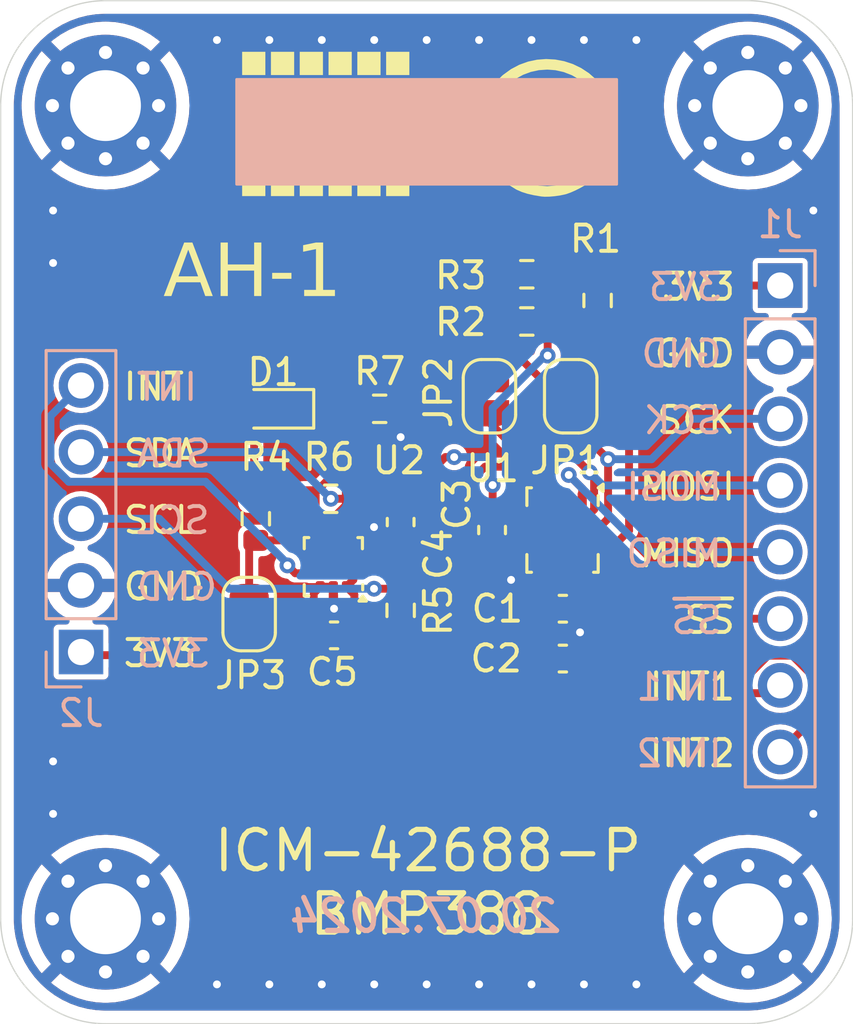
<source format=kicad_pcb>
(kicad_pcb (version 20240108) (generator "pcbnew") (generator_version "8.0")
  (layers (0 "F.Cu" signal) (31 "B.Cu" signal) (34 "B.Paste" user) (35 "F.Paste" user) (36 "B.SilkS" user "B.Silkscreen") (37 "F.SilkS" user "F.Silkscreen") (38 "B.Mask" user) (39 "F.Mask" user) (44 "Edge.Cuts" user))
  (net 0 "")
  (net 1 "VDD")
  (net 2 "GND")
  (net 3 "/SCK{slash}SCL")
  (net 4 "Net-(JP1-B)")
  (net 5 "Net-(JP2-B)")
  (net 6 "/MOSI{slash}SDA")
  (net 7 "/~{SS}")
  (net 8 "/INT1")
  (net 11 "/INT2")
  (net 13 "/MISO")
  (net 14 "Net-(D1-K)")
  (net 15 "/INT3")
  (net 16 "/SCL1")
  (net 17 "/SDA1")
  (net 18 "Net-(JP3-A)")
  (footprint "Resistor_SMD:R_0603_1608Metric" (layer "F.Cu") (at 87.733 90.75 -90)
    (property "Reference" "R4" (at -2.3495 -0.381 180) (layer "F.SilkS"))
    (property "Value" "10k")
    (pad "1" smd roundrect (at -0.825 0 270) (size 0.8 0.95) (layers "F.Cu" "F.Paste" "F.Mask") (net 1 "VDD"))
    (pad "2" smd roundrect (at 0.825 0 270) (size 0.8 0.95) (layers "F.Cu" "F.Paste" "F.Mask") (net 18 "Net-(JP3-A)"))
  )
  (footprint "MountingHole:MountingHole_2.7mm_Pad_Via" (layer "F.Cu") (at 82 106 180)
    (property "Reference" "H2" (hide yes))
    (property "Value" "MountingHole_Pad" (hide yes))
    (pad "1" thru_hole circle (at -2.025 0 180) (size 0.8 0.8) (drill 0.5) (layers "*.Cu" "*.Mask") (net 2 "GND"))
    (pad "1" thru_hole circle (at -1.431891 -1.431891 180) (size 0.8 0.8) (drill 0.5) (layers "*.Cu" "*.Mask") (net 2 "GND"))
    (pad "1" thru_hole circle (at -1.431891 1.431891 180) (size 0.8 0.8) (drill 0.5) (layers "*.Cu" "*.Mask") (net 2 "GND"))
    (pad "1" thru_hole circle (at 0 -2.025 180) (size 0.8 0.8) (drill 0.5) (layers "*.Cu" "*.Mask") (net 2 "GND"))
    (pad "1" thru_hole circle (at 0 0 180) (size 5.4 5.4) (drill 2.7) (layers "*.Cu" "*.Mask") (net 2 "GND"))
    (pad "1" thru_hole circle (at 0 2.025 180) (size 0.8 0.8) (drill 0.5) (layers "*.Cu" "*.Mask") (net 2 "GND"))
    (pad "1" thru_hole circle (at 1.431891 -1.431891 180) (size 0.8 0.8) (drill 0.5) (layers "*.Cu" "*.Mask") (net 2 "GND"))
    (pad "1" thru_hole circle (at 1.431891 1.431891 180) (size 0.8 0.8) (drill 0.5) (layers "*.Cu" "*.Mask") (net 2 "GND"))
    (pad "1" thru_hole circle (at 2.025 0 180) (size 0.8 0.8) (drill 0.5) (layers "*.Cu" "*.Mask") (net 2 "GND"))
  )
  (footprint "Package_LGA:ST_HLGA-10_2x2mm_P0.5mm_LayoutBorder3x2y" (layer "F.Cu") (at 90.69 92.5785 180)
    (property "Reference" "U2" (at -2.504 4.051 180) (layer "F.SilkS"))
    (property "Value" "BMP388")
    (pad "1" smd roundrect (at -0.7625 -0.25 180) (size 0.425 0.35) (layers "F.Cu" "F.Paste" "F.Mask") (net 1 "VDD"))
    (pad "2" smd roundrect (at -0.7625 0.25 180) (size 0.425 0.35) (layers "F.Cu" "F.Paste" "F.Mask") (net 16 "/SCL1"))
    (pad "3" smd roundrect (at -0.5 0.7625 180) (size 0.35 0.425) (layers "F.Cu" "F.Paste" "F.Mask") (net 2 "GND"))
    (pad "4" smd roundrect (at 0 0.7625 180) (size 0.35 0.425) (layers "F.Cu" "F.Paste" "F.Mask") (net 17 "/SDA1"))
    (pad "5" smd roundrect (at 0.5 0.7625 180) (size 0.35 0.425) (layers "F.Cu" "F.Paste" "F.Mask") (net 18 "Net-(JP3-A)"))
    (pad "6" smd roundrect (at 0.7625 0.25 180) (size 0.425 0.35) (layers "F.Cu" "F.Paste" "F.Mask") (net 1 "VDD"))
    (pad "7" smd roundrect (at 0.7625 -0.25 180) (size 0.425 0.35) (layers "F.Cu" "F.Paste" "F.Mask") (net 15 "/INT3"))
    (pad "8" smd roundrect (at 0.5 -0.7625 180) (size 0.35 0.425) (layers "F.Cu" "F.Paste" "F.Mask") (net 2 "GND"))
    (pad "9" smd roundrect (at 0 -0.7625 180) (size 0.35 0.425) (layers "F.Cu" "F.Paste" "F.Mask") (net 2 "GND"))
    (pad "10" smd roundrect (at -0.5 -0.7625 180) (size 0.35 0.425) (layers "F.Cu" "F.Paste" "F.Mask") (net 1 "VDD"))
  )
  (footprint "Package_LGA:LGA-14_3x2.5mm_P0.5mm_LayoutBorder3x4y" (layer "F.Cu") (at 99.4325 91.18 -90)
    (property "Reference" "U1" (at -2.35 2.6675 180) (layer "F.SilkS"))
    (property "Value" "ICM-42688-P")
    (pad "1" smd roundrect (at -1.1625 -0.75 270) (size 0.625 0.35) (layers "F.Cu" "F.Paste" "F.Mask") (net 13 "/MISO"))
    (pad "2" smd roundrect (at -1.1625 -0.25 270) (size 0.625 0.35) (layers "F.Cu" "F.Paste" "F.Mask"))
    (pad "3" smd roundrect (at -1.1625 0.25 270) (size 0.625 0.35) (layers "F.Cu" "F.Paste" "F.Mask"))
    (pad "4" smd roundrect (at -1.1625 0.75 270) (size 0.625 0.35) (layers "F.Cu" "F.Paste" "F.Mask") (net 8 "/INT1"))
    (pad "5" smd roundrect (at -0.5 0.9125 270) (size 0.35 0.625) (layers "F.Cu" "F.Paste" "F.Mask") (net 1 "VDD"))
    (pad "6" smd roundrect (at 0 0.9125 270) (size 0.35 0.625) (layers "F.Cu" "F.Paste" "F.Mask") (net 2 "GND"))
    (pad "7" smd roundrect (at 0.5 0.9125 270) (size 0.35 0.625) (layers "F.Cu" "F.Paste" "F.Mask") (net 2 "GND"))
    (pad "8" smd roundrect (at 1.1625 0.75 270) (size 0.625 0.35) (layers "F.Cu" "F.Paste" "F.Mask") (net 1 "VDD"))
    (pad "9" smd roundrect (at 1.1625 0.25 270) (size 0.625 0.35) (layers "F.Cu" "F.Paste" "F.Mask") (net 11 "/INT2"))
    (pad "10" smd roundrect (at 1.1625 -0.25 270) (size 0.625 0.35) (layers "F.Cu" "F.Paste" "F.Mask"))
    (pad "11" smd roundrect (at 1.1625 -0.75 270) (size 0.625 0.35) (layers "F.Cu" "F.Paste" "F.Mask") (net 2 "GND"))
    (pad "12" smd roundrect (at 0.5 -0.9125 270) (size 0.35 0.625) (layers "F.Cu" "F.Paste" "F.Mask") (net 7 "/~{SS}"))
    (pad "13" smd roundrect (at 0 -0.9125 270) (size 0.35 0.625) (layers "F.Cu" "F.Paste" "F.Mask") (net 3 "/SCK{slash}SCL"))
    (pad "14" smd roundrect (at -0.5 -0.9125 270) (size 0.35 0.625) (layers "F.Cu" "F.Paste" "F.Mask") (net 6 "/MOSI{slash}SDA"))
  )
  (footprint "Jumper:SolderJumper-2_P1.3mm_Open_RoundedPad1.0x1.5mm" (layer "F.Cu") (at 99.745 86.08 90)
    (property "Reference" "JP1" (at -2.45 -0.18 0) (layer "F.SilkS"))
    (property "Value" "SolderJumper_2_Open")
    (pad "1" smd custom (at -0.65 0 90) (size 1 0.5) (layers "F.Cu" "F.Mask") (net 3 "/SCK{slash}SCL") (options (clearance outline) (anchor rect)) (primitives (gr_circle (center 0 0.25) (end 0.5 0.25) (width 0) (fill yes)) (gr_circle (center 0 -0.25) (end 0.5 -0.25) (width 0) (fill yes)) (gr_poly (pts (xy 0.5 0.75) (xy 0 0.75) (xy 0 -0.75) (xy 0.5 -0.75)) (width 0) (fill yes))))
    (pad "2" smd custom (at 0.65 0 90) (size 1 0.5) (layers "F.Cu" "F.Mask") (net 4 "Net-(JP1-B)") (options (clearance outline) (anchor rect)) (primitives (gr_circle (center 0 0.25) (end 0.5 0.25) (width 0) (fill yes)) (gr_circle (center 0 -0.25) (end 0.5 -0.25) (width 0) (fill yes)) (gr_poly (pts (xy 0 0.75) (xy -0.5 0.75) (xy -0.5 -0.75) (xy 0 -0.75)) (width 0) (fill yes))))
  )
  (footprint "Logos:Linkkalu_v1_5.7x6mm" (layer "F.Cu") (at 98.9 75.7)
    (property "Reference" "REF**" (hide yes))
    (property "Value" "Linkkalu_v1_5.7x6mm" (hide yes))
  )
  (footprint "Resistor_SMD:R_0603_1608Metric" (layer "F.Cu") (at 100.77 82.43 90)
    (property "Reference" "R1" (at 2.3485 -0.078 0) (layer "F.SilkS"))
    (property "Value" "10k")
    (pad "1" smd roundrect (at -0.825 0 90) (size 0.8 0.95) (layers "F.Cu" "F.Paste" "F.Mask") (net 7 "/~{SS}"))
    (pad "2" smd roundrect (at 0.825 0 90) (size 0.8 0.95) (layers "F.Cu" "F.Paste" "F.Mask") (net 1 "VDD"))
  )
  (footprint "Resistor_SMD:R_0603_1608Metric" (layer "F.Cu") (at 90.5905 89.988 180)
    (property "Reference" "R6" (at 0.0635 1.5875 180) (layer "F.SilkS"))
    (property "Value" "4.7k")
    (pad "1" smd roundrect (at -0.825 0 180) (size 0.8 0.95) (layers "F.Cu" "F.Paste" "F.Mask") (net 17 "/SDA1"))
    (pad "2" smd roundrect (at 0.825 0 180) (size 0.8 0.95) (layers "F.Cu" "F.Paste" "F.Mask") (net 1 "VDD"))
  )
  (footprint "Capacitor_SMD:C_0603_1608Metric" (layer "F.Cu") (at 99.445 96.08)
    (property "Reference" "C2" (at -2.545 0 0) (layer "F.SilkS"))
    (property "Value" "2.2uF")
    (pad "1" smd roundrect (at -0.775 0) (size 0.9 0.95) (layers "F.Cu" "F.Paste" "F.Mask") (net 1 "VDD"))
    (pad "2" smd roundrect (at 0.775 0) (size 0.9 0.95) (layers "F.Cu" "F.Paste" "F.Mask") (net 2 "GND"))
  )
  (footprint "MountingHole:MountingHole_2.7mm_Pad_Via" (layer "F.Cu") (at 106.5 75 180)
    (property "Reference" "H3" (hide yes))
    (property "Value" "MountingHole_Pad" (hide yes))
    (pad "1" thru_hole circle (at -2.025 0 180) (size 0.8 0.8) (drill 0.5) (layers "*.Cu" "*.Mask") (net 2 "GND"))
    (pad "1" thru_hole circle (at -1.431891 -1.431891 180) (size 0.8 0.8) (drill 0.5) (layers "*.Cu" "*.Mask") (net 2 "GND"))
    (pad "1" thru_hole circle (at -1.431891 1.431891 180) (size 0.8 0.8) (drill 0.5) (layers "*.Cu" "*.Mask") (net 2 "GND"))
    (pad "1" thru_hole circle (at 0 -2.025 180) (size 0.8 0.8) (drill 0.5) (layers "*.Cu" "*.Mask") (net 2 "GND"))
    (pad "1" thru_hole circle (at 0 0 180) (size 5.4 5.4) (drill 2.7) (layers "*.Cu" "*.Mask") (net 2 "GND"))
    (pad "1" thru_hole circle (at 0 2.025 180) (size 0.8 0.8) (drill 0.5) (layers "*.Cu" "*.Mask") (net 2 "GND"))
    (pad "1" thru_hole circle (at 1.431891 -1.431891 180) (size 0.8 0.8) (drill 0.5) (layers "*.Cu" "*.Mask") (net 2 "GND"))
    (pad "1" thru_hole circle (at 1.431891 1.431891 180) (size 0.8 0.8) (drill 0.5) (layers "*.Cu" "*.Mask") (net 2 "GND"))
    (pad "1" thru_hole circle (at 2.025 0 180) (size 0.8 0.8) (drill 0.5) (layers "*.Cu" "*.Mask") (net 2 "GND"))
  )
  (footprint "MountingHole:MountingHole_2.7mm_Pad_Via" (layer "F.Cu") (at 82 75 180)
    (property "Reference" "H4" (hide yes))
    (property "Value" "MountingHole_Pad" (hide yes))
    (pad "1" thru_hole circle (at -2.025 0 180) (size 0.8 0.8) (drill 0.5) (layers "*.Cu" "*.Mask") (net 2 "GND"))
    (pad "1" thru_hole circle (at -1.431891 -1.431891 180) (size 0.8 0.8) (drill 0.5) (layers "*.Cu" "*.Mask") (net 2 "GND"))
    (pad "1" thru_hole circle (at -1.431891 1.431891 180) (size 0.8 0.8) (drill 0.5) (layers "*.Cu" "*.Mask") (net 2 "GND"))
    (pad "1" thru_hole circle (at 0 -2.025 180) (size 0.8 0.8) (drill 0.5) (layers "*.Cu" "*.Mask") (net 2 "GND"))
    (pad "1" thru_hole circle (at 0 0 180) (size 5.4 5.4) (drill 2.7) (layers "*.Cu" "*.Mask") (net 2 "GND"))
    (pad "1" thru_hole circle (at 0 2.025 180) (size 0.8 0.8) (drill 0.5) (layers "*.Cu" "*.Mask") (net 2 "GND"))
    (pad "1" thru_hole circle (at 1.431891 -1.431891 180) (size 0.8 0.8) (drill 0.5) (layers "*.Cu" "*.Mask") (net 2 "GND"))
    (pad "1" thru_hole circle (at 1.431891 1.431891 180) (size 0.8 0.8) (drill 0.5) (layers "*.Cu" "*.Mask") (net 2 "GND"))
    (pad "1" thru_hole circle (at 2.025 0 180) (size 0.8 0.8) (drill 0.5) (layers "*.Cu" "*.Mask") (net 2 "GND"))
  )
  (footprint "Jumper:SolderJumper-2_P1.3mm_Open_RoundedPad1.0x1.5mm" (layer "F.Cu") (at 87.479 94.3845 -90)
    (property "Reference" "JP3" (at 2.3345 -0.0635 180) (layer "F.SilkS"))
    (property "Value" "SolderJumper_2_Open")
    (pad "1" smd custom (at -0.65 0 270) (size 1 0.5) (layers "F.Cu" "F.Mask") (net 18 "Net-(JP3-A)") (options (clearance outline) (anchor rect)) (primitives (gr_circle (center 0 0.25) (end 0.5 0.25) (width 0) (fill yes)) (gr_circle (center 0 -0.25) (end 0.5 -0.25) (width 0) (fill yes)) (gr_poly (pts (xy 0.5 0.75) (xy 0 0.75) (xy 0 -0.75) (xy 0.5 -0.75)) (width 0) (fill yes))))
    (pad "2" smd custom (at 0.65 0 270) (size 1 0.5) (layers "F.Cu" "F.Mask") (net 2 "GND") (options (clearance outline) (anchor rect)) (primitives (gr_circle (center 0 0.25) (end 0.5 0.25) (width 0) (fill yes)) (gr_circle (center 0 -0.25) (end 0.5 -0.25) (width 0) (fill yes)) (gr_poly (pts (xy 0 0.75) (xy -0.5 0.75) (xy -0.5 -0.75) (xy 0 -0.75)) (width 0) (fill yes))))
  )
  (footprint "Capacitor_SMD:C_0603_1608Metric" (layer "F.Cu") (at 96.745 91.18 -90)
    (property "Reference" "C3" (at -0.98 1.345 90) (layer "F.SilkS"))
    (property "Value" "10nF")
    (pad "1" smd roundrect (at -0.775 0 270) (size 0.9 0.95) (layers "F.Cu" "F.Paste" "F.Mask") (net 1 "VDD"))
    (pad "2" smd roundrect (at 0.775 0 270) (size 0.9 0.95) (layers "F.Cu" "F.Paste" "F.Mask") (net 2 "GND"))
  )
  (footprint "Capacitor_SMD:C_0603_1608Metric" (layer "F.Cu") (at 90.7175 95.195)
    (property "Reference" "C5" (at -0.0635 1.397 0) (layer "F.SilkS"))
    (property "Value" "0.1uF")
    (pad "1" smd roundrect (at -0.775 0) (size 0.9 0.95) (layers "F.Cu" "F.Paste" "F.Mask") (net 2 "GND"))
    (pad "2" smd roundrect (at 0.775 0) (size 0.9 0.95) (layers "F.Cu" "F.Paste" "F.Mask") (net 1 "VDD"))
  )
  (footprint "Logos:OKB_Iva_v2_6.4x5.5mm" (layer "F.Cu") (at 90.4 75.7)
    (property "Reference" "G***" (hide yes))
    (property "Value" "LOGO" (hide yes))
  )
  (footprint "Resistor_SMD:R_0603_1608Metric" (layer "F.Cu") (at 93.2575 94.242 -90)
    (property "Reference" "R5" (at 0 -1.43 90) (layer "F.SilkS"))
    (property "Value" "4.7k")
    (pad "1" smd roundrect (at -0.825 0 270) (size 0.8 0.95) (layers "F.Cu" "F.Paste" "F.Mask") (net 16 "/SCL1"))
    (pad "2" smd roundrect (at 0.825 0 270) (size 0.8 0.95) (layers "F.Cu" "F.Paste" "F.Mask") (net 1 "VDD"))
  )
  (footprint "MountingHole:MountingHole_2.7mm_Pad_Via" (layer "F.Cu") (at 106.5 106 180)
    (property "Reference" "H1" (hide yes))
    (property "Value" "MountingHole_Pad" (hide yes))
    (pad "1" thru_hole circle (at -2.025 0 180) (size 0.8 0.8) (drill 0.5) (layers "*.Cu" "*.Mask") (net 2 "GND"))
    (pad "1" thru_hole circle (at -1.431891 -1.431891 180) (size 0.8 0.8) (drill 0.5) (layers "*.Cu" "*.Mask") (net 2 "GND"))
    (pad "1" thru_hole circle (at -1.431891 1.431891 180) (size 0.8 0.8) (drill 0.5) (layers "*.Cu" "*.Mask") (net 2 "GND"))
    (pad "1" thru_hole circle (at 0 -2.025 180) (size 0.8 0.8) (drill 0.5) (layers "*.Cu" "*.Mask") (net 2 "GND"))
    (pad "1" thru_hole circle (at 0 0 180) (size 5.4 5.4) (drill 2.7) (layers "*.Cu" "*.Mask") (net 2 "GND"))
    (pad "1" thru_hole circle (at 0 2.025 180) (size 0.8 0.8) (drill 0.5) (layers "*.Cu" "*.Mask") (net 2 "GND"))
    (pad "1" thru_hole circle (at 1.431891 -1.431891 180) (size 0.8 0.8) (drill 0.5) (layers "*.Cu" "*.Mask") (net 2 "GND"))
    (pad "1" thru_hole circle (at 1.431891 1.431891 180) (size 0.8 0.8) (drill 0.5) (layers "*.Cu" "*.Mask") (net 2 "GND"))
    (pad "1" thru_hole circle (at 2.025 0 180) (size 0.8 0.8) (drill 0.5) (layers "*.Cu" "*.Mask") (net 2 "GND"))
  )
  (footprint "Resistor_SMD:R_0603_1608Metric" (layer "F.Cu") (at 98.07 81.43)
    (property "Reference" "R3" (at -2.5215 0.0485 0) (layer "F.SilkS"))
    (property "Value" "4.7k")
    (pad "1" smd roundrect (at -0.825 0) (size 0.8 0.95) (layers "F.Cu" "F.Paste" "F.Mask") (net 5 "Net-(JP2-B)"))
    (pad "2" smd roundrect (at 0.825 0) (size 0.8 0.95) (layers "F.Cu" "F.Paste" "F.Mask") (net 1 "VDD"))
  )
  (footprint "Jumper:SolderJumper-2_P1.3mm_Open_RoundedPad1.0x1.5mm" (layer "F.Cu") (at 96.645 86.08 90)
    (property "Reference" "JP2" (at 0.15 -1.95 -90) (layer "F.SilkS"))
    (property "Value" "SolderJumper_2_Open")
    (pad "1" smd custom (at -0.65 0 90) (size 1 0.5) (layers "F.Cu" "F.Mask") (net 6 "/MOSI{slash}SDA") (options (clearance outline) (anchor rect)) (primitives (gr_circle (center 0 0.25) (end 0.5 0.25) (width 0) (fill yes)) (gr_circle (center 0 -0.25) (end 0.5 -0.25) (width 0) (fill yes)) (gr_poly (pts (xy 0.5 0.75) (xy 0 0.75) (xy 0 -0.75) (xy 0.5 -0.75)) (width 0) (fill yes))))
    (pad "2" smd custom (at 0.65 0 90) (size 1 0.5) (layers "F.Cu" "F.Mask") (net 5 "Net-(JP2-B)") (options (clearance outline) (anchor rect)) (primitives (gr_circle (center 0 0.25) (end 0.5 0.25) (width 0) (fill yes)) (gr_circle (center 0 -0.25) (end 0.5 -0.25) (width 0) (fill yes)) (gr_poly (pts (xy 0 0.75) (xy -0.5 0.75) (xy -0.5 -0.75) (xy 0 -0.75)) (width 0) (fill yes))))
  )
  (footprint "Capacitor_SMD:C_0603_1608Metric" (layer "F.Cu") (at 93.2575 90.877 -90)
    (property "Reference" "C4" (at 1.223 -1.43 90) (layer "F.SilkS"))
    (property "Value" "0.1uF")
    (pad "1" smd roundrect (at -0.775 0 270) (size 0.9 0.95) (layers "F.Cu" "F.Paste" "F.Mask") (net 1 "VDD"))
    (pad "2" smd roundrect (at 0.775 0 270) (size 0.9 0.95) (layers "F.Cu" "F.Paste" "F.Mask") (net 2 "GND"))
  )
  (footprint "LED_SMD:LED_0603_1608Metric" (layer "F.Cu") (at 88.457 86.559 180)
    (property "Reference" "D1" (at 0.0635 1.397 180) (layer "F.SilkS"))
    (property "Value" "LED")
    (pad "1" smd roundrect (at -0.7875 0 180) (size 0.875 0.95) (layers "F.Cu" "F.Paste" "F.Mask") (net 14 "Net-(D1-K)"))
    (pad "2" smd roundrect (at 0.7875 0 180) (size 0.875 0.95) (layers "F.Cu" "F.Paste" "F.Mask") (net 1 "VDD"))
  )
  (footprint "Resistor_SMD:R_0603_1608Metric" (layer "F.Cu") (at 92.4575 86.559)
    (property "Reference" "R7" (at 0 -1.43 0) (layer "F.SilkS"))
    (property "Value" "1k")
    (pad "1" smd roundrect (at -0.825 0) (size 0.8 0.95) (layers "F.Cu" "F.Paste" "F.Mask") (net 14 "Net-(D1-K)"))
    (pad "2" smd roundrect (at 0.825 0) (size 0.8 0.95) (layers "F.Cu" "F.Paste" "F.Mask") (net 2 "GND"))
  )
  (footprint "Resistor_SMD:R_0603_1608Metric" (layer "F.Cu") (at 98.07 83.23)
    (property "Reference" "R2" (at -2.5215 0.0265 0) (layer "F.SilkS"))
    (property "Value" "4.7k")
    (pad "1" smd roundrect (at -0.825 0) (size 0.8 0.95) (layers "F.Cu" "F.Paste" "F.Mask") (net 4 "Net-(JP1-B)"))
    (pad "2" smd roundrect (at 0.825 0) (size 0.8 0.95) (layers "F.Cu" "F.Paste" "F.Mask") (net 1 "VDD"))
  )
  (footprint "Capacitor_SMD:C_0603_1608Metric" (layer "F.Cu") (at 99.445 94.18)
    (property "Reference" "C1" (at -2.5 0 0) (layer "F.SilkS"))
    (property "Value" "0.1uF")
    (pad "1" smd roundrect (at -0.775 0) (size 0.9 0.95) (layers "F.Cu" "F.Paste" "F.Mask") (net 1 "VDD"))
    (pad "2" smd roundrect (at 0.775 0) (size 0.9 0.95) (layers "F.Cu" "F.Paste" "F.Mask") (net 2 "GND"))
  )
  (footprint "Connector_PinHeader_2.54mm:PinHeader_1x05_P2.54mm_Vertical" (layer "B.Cu") (at 81.065 95.83)
    (property "Reference" "J2" (at 0 2.33 0) (layer "B.SilkS") (effects (justify mirror)))
    (property "Value" "BT")
    (pad "1" thru_hole rect (at 0 0) (size 1.7 1.7) (drill 1) (layers "*.Cu" "*.Mask") (net 1 "VDD"))
    (pad "2" thru_hole oval (at 0 -2.54) (size 1.7 1.7) (drill 1) (layers "*.Cu" "*.Mask") (net 2 "GND"))
    (pad "3" thru_hole oval (at 0 -5.08) (size 1.7 1.7) (drill 1) (layers "*.Cu" "*.Mask") (net 16 "/SCL1"))
    (pad "4" thru_hole oval (at 0 -7.62) (size 1.7 1.7) (drill 1) (layers "*.Cu" "*.Mask") (net 17 "/SDA1"))
    (pad "5" thru_hole oval (at 0 -10.16) (size 1.7 1.7) (drill 1) (layers "*.Cu" "*.Mask") (net 15 "/INT3"))
  )
  (footprint "Connector_PinHeader_2.54mm:PinHeader_1x08_P2.54mm_Vertical" (layer "B.Cu") (at 107.735 81.86 180)
    (property "Reference" "J1" (at 0 2.33 180) (layer "B.SilkS") (effects (justify mirror)))
    (property "Value" "AG")
    (pad "1" thru_hole rect (at 0 0 180) (size 1.7 1.7) (drill 1) (layers "*.Cu" "*.Mask") (net 1 "VDD"))
    (pad "2" thru_hole oval (at 0 -2.54 180) (size 1.7 1.7) (drill 1) (layers "*.Cu" "*.Mask") (net 2 "GND"))
    (pad "3" thru_hole oval (at 0 -5.08 180) (size 1.7 1.7) (drill 1) (layers "*.Cu" "*.Mask") (net 3 "/SCK{slash}SCL"))
    (pad "4" thru_hole oval (at 0 -7.62 180) (size 1.7 1.7) (drill 1) (layers "*.Cu" "*.Mask") (net 6 "/MOSI{slash}SDA"))
    (pad "5" thru_hole oval (at 0 -10.16 180) (size 1.7 1.7) (drill 1) (layers "*.Cu" "*.Mask") (net 13 "/MISO"))
    (pad "6" thru_hole oval (at 0 -12.7 180) (size 1.7 1.7) (drill 1) (layers "*.Cu" "*.Mask") (net 7 "/~{SS}"))
    (pad "7" thru_hole oval (at 0 -15.24 180) (size 1.7 1.7) (drill 1) (layers "*.Cu" "*.Mask") (net 8 "/INT1"))
    (pad "8" thru_hole oval (at 0 -17.78 180) (size 1.7 1.7) (drill 1) (layers "*.Cu" "*.Mask") (net 11 "/INT2"))
  )
  (gr_rect (start 87 74) (end 101.5 78) (stroke (width 0.1)) (fill solid) (layer "B.SilkS"))
  (gr_line (start 78 96) (end 78 75) (stroke (width 0.05)) (layer "Edge.Cuts"))
  (gr_arc (start 106.5 71) (mid 109.328427 72.171573) (end 110.5 75) (stroke (width 0.05)) (layer "Edge.Cuts"))
  (gr_line (start 106.5 110) (end 82 110) (stroke (width 0.05)) (layer "Edge.Cuts"))
  (gr_line (start 110.5 75) (end 110.5 81) (stroke (width 0.05)) (layer "Edge.Cuts"))
  (gr_line (start 78 106) (end 78 96) (stroke (width 0.05)) (layer "Edge.Cuts"))
  (gr_arc (start 110.5 106) (mid 109.328427 108.828427) (end 106.5 110) (stroke (width 0.05)) (layer "Edge.Cuts"))
  (gr_line (start 110.5 81) (end 110.5 106) (stroke (width 0.05)) (layer "Edge.Cuts"))
  (gr_arc (start 82 110) (mid 79.171573 108.828427) (end 78 106) (stroke (width 0.05)) (layer "Edge.Cuts"))
  (gr_arc (start 78 75) (mid 79.171573 72.171573) (end 82 71) (stroke (width 0.05)) (layer "Edge.Cuts"))
  (gr_line (start 82 71) (end 106.5 71) (stroke (width 0.05)) (layer "Edge.Cuts"))
  (gr_text "GND" (at 83.1 93.935 0) (layer "B.SilkS") (effects (font (size 1 1)) (justify right bottom mirror)))
  (gr_text "INT1" (at 105.5955 97.745 0) (layer "B.SilkS") (effects (font (size 1 1)) (justify left bottom mirror)))
  (gr_text "INT" (at 83.1 86.315 0) (layer "B.SilkS") (effects (font (size 1 1)) (justify right bottom mirror)))
  (gr_text "3V3" (at 83.1 96.475 0) (layer "B.SilkS") (effects (font (size 1 1)) (justify right bottom mirror)))
  (gr_text "~{SS}" (at 105.5955 95.205 0) (layer "B.SilkS") (effects (font (size 1 1)) (justify left bottom mirror)))
  (gr_text "MOSI" (at 105.5955 90.125 0) (layer "B.SilkS") (effects (font (size 1 1)) (justify left bottom mirror)))
  (gr_text "SCK" (at 105.5955 87.585 0) (layer "B.SilkS") (effects (font (size 1 1)) (justify left bottom mirror)))
  (gr_text "MISO" (at 105.5955 92.665 0) (layer "B.SilkS") (effects (font (size 1 1)) (justify left bottom mirror)))
  (gr_text "SCL" (at 83.1 91.395 0) (layer "B.SilkS") (effects (font (size 1 1)) (justify right bottom mirror)))
  (gr_text "SDA" (at 83.1 88.855 0) (layer "B.SilkS") (effects (font (size 1 1)) (justify right bottom mirror)))
  (gr_text "3V3" (at 105.5955 82.505 0) (layer "B.SilkS") (effects (font (size 1 1)) (justify left bottom mirror)))
  (gr_text "INT2" (at 105.5955 100.285 0) (layer "B.SilkS") (effects (font (size 1 1)) (justify left bottom mirror)))
  (gr_text "20.07.2024" (at 99.5 106.6 0) (layer "B.SilkS") (effects (font (size 1.2 1.2) (thickness 0.2) (bold yes) (italic yes)) (justify left bottom mirror)))
  (gr_text "GND" (at 105.5955 85.045 0) (layer "B.SilkS") (effects (font (size 1 1)) (justify left bottom mirror)))
  (gr_text "ICM-42688-P\nBMP388" (at 94.3 106.7 0) (layer "F.SilkS") (effects (font (size 1.5 1.5) (thickness 0.2) (bold yes)) (justify bottom)))
  (gr_text "~{SS}" (at 106.1 95.195 0) (layer "F.SilkS") (effects (font (size 1 1)) (justify right bottom)))
  (gr_text "MOSI" (at 106.1 90.115 0) (layer "F.SilkS") (effects (font (size 1 1)) (justify right bottom)))
  (gr_text "INT2" (at 106.1 100.275 0) (layer "F.SilkS") (effects (font (size 1 1)) (justify right bottom)))
  (gr_text "SDA" (at 82.6 88.845 0) (layer "F.SilkS") (effects (font (size 1 1)) (justify left bottom)))
  (gr_text "INT" (at 82.6 86.305 0) (layer "F.SilkS") (effects (font (size 1 1)) (justify left bottom)))
  (gr_text "AH-1" (at 84.2 82.6 0) (layer "F.SilkS") (effects (font (size 2 2) (thickness 0.1)) (justify left bottom)))
  (gr_text "SCL" (at 82.6 91.385 0) (layer "F.SilkS") (effects (font (size 1 1)) (justify left bottom)))
  (gr_text "GND" (at 82.6 93.925 0) (layer "F.SilkS") (effects (font (size 1 1)) (justify left bottom)))
  (gr_text "INT1" (at 106.1 97.735 0) (layer "F.SilkS") (effects (font (size 1 1)) (justify right bottom)))
  (gr_text "GND" (at 106.1 85.035 0) (layer "F.SilkS") (effects (font (size 1 1)) (justify right bottom)))
  (gr_text "3V3" (at 82.6 96.465 0) (layer "F.SilkS") (effects (font (size 1 1)) (justify left bottom)))
  (gr_text "MISO" (at 106.1 92.655 0) (layer "F.SilkS") (effects (font (size 1 1)) (justify right bottom)))
  (gr_text "3V3" (at 106.1 82.495 0) (layer "F.SilkS") (effects (font (size 1 1)) (justify right bottom)))
  (gr_text "SCK" (at 106.1 87.575 0) (layer "F.SilkS") (effects (font (size 1 1)) (justify right bottom)))
  (segment (start 91.4525 93.0785) (end 91.19 93.341) (width 0.3) (layer "F.Cu") (net 1))
  (segment (start 90.7375 95.95) (end 91.4925 95.195) (width 0.3) (layer "F.Cu") (net 1))
  (segment (start 97.02 90.68) (end 96.745 90.405) (width 0.3) (layer "F.Cu") (net 1))
  (segment (start 98.67 96.08) (end 98.67 94.18) (width 0.3) (layer "F.Cu") (net 1))
  (segment (start 98.67 92.355) (end 98.6825 92.3425) (width 0.3) (layer "F.Cu") (net 1))
  (segment (start 91.4525 92.8285) (end 91.4525 93.0785) (width 0.3) (layer "F.Cu") (net 1))
  (segment (start 89.9275 92.3285) (end 90.467852 92.3285) (width 0.3) (layer "F.Cu") (net 1))
  (segment (start 90.967852 92.8285) (end 91.4525 92.8285) (width 0.3) (layer "F.Cu") (net 1))
  (segment (start 93.2575 90.102) (end 94.0125 90.857) (width 0.3) (layer "F.Cu") (net 1))
  (segment (start 81.185 95.95) (end 90.7375 95.95) (width 0.3) (layer "F.Cu") (net 1))
  (segment (start 91.6205 95.067) (end 91.4925 95.195) (width 0.3) (layer "F.Cu") (net 1))
  (segment (start 97.37 94.18) (end 98.67 94.18) (width 0.3) (layer "F.Cu") (net 1))
  (segment (start 93.2575 90.102) (end 94.9595 88.4) (width 0.3) (layer "F.Cu") (net 1))
  (segment (start 89.7025 89.925) (end 89.7655 89.988) (width 0.3) (layer "F.Cu") (net 1))
  (segment (start 94.0125 94.312) (end 93.2575 95.067) (width 0.3) (layer "F.Cu") (net 1))
  (segment (start 95.99 92.8) (end 97.37 94.18) (width 0.3) (layer "F.Cu") (net 1))
  (segment (start 94.9595 88.4) (end 95.3 88.4) (width 0.3) (layer "F.Cu") (net 1))
  (segment (start 87.6695 89.8615) (end 87.733 89.925) (width 0.3) (layer "F.Cu") (net 1))
  (segment (start 94.0125 90.857) (end 94.0125 94.312) (width 0.3) (layer "F.Cu") (net 1))
  (segment (start 87.6695 86.559) (end 87.6695 89.8615) (width 0.3) (layer "F.Cu") (net 1))
  (segment (start 95.99 91.16) (end 95.99 92.8) (width 0.3) (layer "F.Cu") (net 1))
  (segment (start 99.07 81.605) (end 98.895 81.43) (width 0.3) (layer "F.Cu") (net 1))
  (segment (start 89.7655 89.988) (end 90.5205 89.233) (width 0.3) (layer "F.Cu") (net 1))
  (segment (start 87.733 89.925) (end 89.7025 89.925) (width 0.3) (layer "F.Cu") (net 1))
  (segment (start 98.67 94.18) (end 98.67 92.355) (width 0.3) (layer "F.Cu") (net 1))
  (segment (start 96.745 90.405) (end 95.99 91.16) (width 0.3) (layer "F.Cu") (net 1))
  (segment (start 98.895 84.5) (end 98.865 84.53) (width 0.3) (layer "F.Cu") (net 1))
  (segment (start 91.4925 95.195) (end 91.4925 93.6435) (width 0.3) (layer "F.Cu") (net 1))
  (segment (start 96.7665 90.3835) (end 96.745 90.405) (width 0.3) (layer "F.Cu") (net 1))
  (segment (start 90.5205 89.233) (end 92.3885 89.233) (width 0.3) (layer "F.Cu") (net 1))
  (segment (start 98.52 90.68) (end 97.02 90.68) (width 0.3) (layer "F.Cu") (net 1))
  (segment (start 100.77 81.605) (end 106.245 81.605) (width 0.3) (layer "F.Cu") (net 1))
  (segment (start 98.865 83.26) (end 98.895 83.23) (width 0.3) (layer "F.Cu") (net 1))
  (segment (start 98.865 84.53) (end 98.865 83.26) (width 0.3) (layer "F.Cu") (net 1))
  (segment (start 90.467852 92.3285) (end 90.967852 92.8285) (width 0.3) (layer "F.Cu") (net 1))
  (segment (start 81.065 95.83) (end 81.185 95.95) (width 0.3) (layer "F.Cu") (net 1))
  (segment (start 106.5 81.86) (end 107.735 81.86) (width 0.3) (layer "F.Cu") (net 1))
  (segment (start 93.2575 95.067) (end 91.6205 95.067) (width 0.3) (layer "F.Cu") (net 1))
  (segment (start 106.245 81.605) (end 106.5 81.86) (width 0.3) (layer "F.Cu") (net 1))
  (segment (start 91.4925 93.6435) (end 91.19 93.341) (width 0.3) (layer "F.Cu") (net 1))
  (segment (start 100.77 81.605) (end 99.07 81.605) (width 0.3) (layer "F.Cu") (net 1))
  (segment (start 92.3885 89.233) (end 93.2575 90.102) (width 0.3) (layer "F.Cu") (net 1))
  (segment (start 98.895 81.43) (end 98.895 83.23) (width 0.3) (layer "F.Cu") (net 1))
  (segment (start 96.7665 89.466412) (end 96.7665 90.3835) (width 0.3) (layer "F.Cu") (net 1))
  (via (at 98.865 84.53) (size 0.6) (drill 0.3) (layers "F.Cu" "B.Cu") (net 1))
  (via (at 95.3 88.4) (size 0.6) (drill 0.3) (layers "F.Cu" "B.Cu") (net 1))
  (via (at 96.7665 89.466412) (size 0.6) (drill 0.3) (layers "F.Cu" "B.Cu") (net 1))
  (segment (start 95.3 88.4) (end 96.7665 88.4) (width 0.3) (layer "B.Cu") (net 1))
  (segment (start 98.765006 84.53) (end 98.865 84.53) (width 0.3) (layer "B.Cu") (net 1))
  (segment (start 96.7665 89.466412) (end 96.7665 88.4) (width 0.3) (layer "B.Cu") (net 1))
  (segment (start 96.7665 88.4) (end 96.7665 86.528506) (width 0.3) (layer "B.Cu") (net 1))
  (segment (start 96.7665 86.528506) (end 98.765006 84.53) (width 0.3) (layer "B.Cu") (net 1))
  (segment (start 97.47 93.08) (end 97.47 92.68) (width 0.3) (layer "F.Cu") (net 2))
  (segment (start 91.354 91.652) (end 91.19 91.816) (width 0.3) (layer "F.Cu") (net 2))
  (segment (start 84.05 93.29) (end 85.7945 95.0345) (width 0.3) (layer "F.Cu") (net 2))
  (segment (start 85.7945 95.0345) (end 87.479 95.0345) (width 0.3) (layer "F.Cu") (net 2))
  (segment (start 100.22 94.96) (end 100.1 95.08) (width 0.3) (layer "F.Cu") (net 2))
  (segment (start 100.1825 92.3425) (end 100.1825 94.1425) (width 0.3) (layer "F.Cu") (net 2))
  (segment (start 89.9425 93.5885) (end 90.19 93.341) (width 0.3) (layer "F.Cu") (net 2))
  (segment (start 84.05 93.29) (end 81.065 93.29) (width 0.3) (layer "F.Cu") (net 2))
  (segment (start 87.6395 95.195) (end 87.479 95.0345) (width 0.3) (layer "F.Cu") (net 2))
  (segment (start 100.22 94.18) (end 100.22 96.08) (width 0.3) (layer "F.Cu") (net 2))
  (segment (start 100.1825 94.1425) (end 100.22 94.18) (width 0.3) (layer "F.Cu") (net 2))
  (segment (start 98.52 91.68) (end 97.02 91.68) (width 0.3) (layer "F.Cu") (net 2))
  (segment (start 90.7175 93.3685) (end 90.69 93.341) (width 0.3) (layer "F.Cu") (net 2))
  (segment (start 97.47 92.68) (end 96.745 91.955) (width 0.3) (layer "F.Cu") (net 2))
  (segment (start 93.2575 91.652) (end 92.2415 91.652) (width 0.3) (layer "F.Cu") (net 2))
  (segment (start 90.19 93.341) (end 90.69 93.341) (width 0.3) (layer "F.Cu") (net 2))
  (segment (start 97.02 91.68) (end 96.745 91.955) (width 0.3) (layer "F.Cu") (net 2))
  (segment (start 93.2575 86.584) (end 93.2825 86.559) (width 0.3) (layer "F.Cu") (net 2))
  (segment (start 89.9425 95.195) (end 87.6395 95.195) (width 0.3) (layer "F.Cu") (net 2))
  (segment (start 92.2415 91.652) (end 91.354 91.652) (width 0.3) (layer "F.Cu") (net 2))
  (segment (start 93.2575 87.6385) (end 93.2575 86.584) (width 0.3) (layer "F.Cu") (net 2))
  (segment (start 100.22 94.18) (end 100.22 94.96) (width 0.3) (layer "F.Cu") (net 2))
  (segment (start 89.9425 95.195) (end 89.9425 93.5885) (width 0.3) (layer "F.Cu") (net 2))
  (segment (start 98.52 91.68) (end 98.52 91.18) (width 0.3) (layer "F.Cu") (net 2))
  (segment (start 90.7175 94.179) (end 90.7175 93.3685) (width 0.3) (layer "F.Cu") (net 2))
  (segment (start 92.2415 91.652) (end 92.2415 91.0675) (width 0.3) (layer "F.Cu") (net 2))
  (via (at 92.25 72.5) (size 0.6) (drill 0.3) (layers "F.Cu" "B.Cu") (net 2))
  (via (at 90.25 72.5) (size 0.6) (drill 0.3) (layers "F.Cu" "B.Cu") (net 2))
  (via (at 90.7175 94.179) (size 0.6) (drill 0.3) (layers "F.Cu" "B.Cu") (net 2))
  (via (at 94.25 108.5) (size 0.6) (drill 0.3) (layers "F.Cu" "B.Cu") (net 2))
  (via (at 86.25 108.5) (size 0.6) (drill 0.3) (layers "F.Cu" "B.Cu") (net 2))
  (via (at 86.25 72.5) (size 0.6) (drill 0.3) (layers "F.Cu" "B.Cu") (net 2))
  (via (at 109 79) (size 0.6) (drill 0.3) (layers "F.Cu" "B.Cu") (net 2))
  (via (at 109 102) (size 0.6) (drill 0.3) (layers "F.Cu" "B.Cu") (net 2))
  (via (at 80 100) (size 0.6) (drill 0.3) (layers "F.Cu" "B.Cu") (net 2))
  (via (at 102.25 108.5) (size 0.6) (drill 0.3) (layers "F.Cu" "B.Cu") (net 2))
  (via (at 102.25 72.5) (size 0.6) (drill 0.3) (layers "F.Cu" "B.Cu") (net 2))
  (via (at 80 79) (size 0.6) (drill 0.3) (layers "F.Cu" "B.Cu") (net 2))
  (via (at 92.2415 91.0675) (size 0.6) (drill 0.3) (layers "F.Cu" "B.Cu") (net 2))
  (via (at 80 81) (size 0.6) (drill 0.3) (layers "F.Cu" "B.Cu") (net 2))
  (via (at 88.25 108.5) (size 0.6) (drill 0.3) (layers "F.Cu" "B.Cu") (net 2))
  (via (at 80 102) (size 0.6) (drill 0.3) (layers "F.Cu" "B.Cu") (net 2))
  (via (at 98.25 108.5) (size 0.6) (drill 0.3) (layers "F.Cu" "B.Cu") (net 2))
  (via (at 100.1 95.08) (size 0.6) (drill 0.3) (layers "F.Cu" "B.Cu") (net 2))
  (via (at 94.25 72.5) (size 0.6) (drill 0.3) (layers "F.Cu" "B.Cu") (net 2))
  (via (at 93.2575 87.6385) (size 0.6) (drill 0.3) (layers "F.Cu" "B.Cu") (net 2))
  (via (at 100.25 108.5) (size 0.6) (drill 0.3) (layers "F.Cu" "B.Cu") (net 2))
  (via (at 92.25 108.5) (size 0.6) (drill 0.3) (layers "F.Cu" "B.Cu") (net 2))
  (via (at 97.47 93.08) (size 0.6) (drill 0.3) (layers "F.Cu" "B.Cu") (net 2))
  (via (at 90.25 108.5) (size 0.6) (drill 0.3) (layers "F.Cu" "B.Cu") (net 2))
  (via (at 100.25 72.5) (size 0.6) (drill 0.3) (layers "F.Cu" "B.Cu") (net 2))
  (via (at 96.25 108.5) (size 0.6) (drill 0.3) (layers "F.Cu" "B.Cu") (net 2))
  (via (at 88.25 72.5) (size 0.6) (drill 0.3) (layers "F.Cu" "B.Cu") (net 2))
  (via (at 98.25 72.5) (size 0.6) (drill 0.3) (layers "F.Cu" "B.Cu") (net 2))
  (via (at 96.25 72.5) (size 0.6) (drill 0.3) (layers "F.Cu" "B.Cu") (net 2))
  (segment (start 100.1 95.08) (end 100.1 99.6) (width 0.3) (layer "B.Cu") (net 2))
  (segment (start 97.47 93.08) (end 97.47 90.097919) (width 0.3) (layer "B.Cu") (net 2))
  (segment (start 92.2415 91.0675) (end 92.2415 88.6545) (width 0.3) (layer "B.Cu") (net 2))
  (segment (start 92.94 93.5) (end 92.94 93.9885) (width 0.3) (layer "B.Cu") (net 2))
  (segment (start 85.9 102.1) (end 85.9 96.4) (width 0.3) (layer "B.Cu") (net 2))
  (segment (start 82 106) (end 86.2 101.8) (width 0.3) (layer "B.Cu") (net 2))
  (segment (start 86.2 101.8) (end 102.3 101.8) (width 0.3) (layer "B.Cu") (net 2))
  (segment (start 100.1 99.6) (end 106.5 106) (width 0.3) (layer "B.Cu") (net 2))
  (segment (start 102.5 79) (end 86 79) (width 0.3) (layer "B.Cu") (net 2))
  (segment (start 103.167919 84.4) (end 107.735 84.4) (width 0.3) (layer "B.Cu") (net 2))
  (segment (start 97.47 93.08) (end 99.47 95.08) (width 0.3) (layer "B.Cu") (net 2))
  (segment (start 92.2415 88.6545) (end 93.2575 87.6385) (width 0.3) (layer "B.Cu") (net 2))
  (segment (start 92.94 93.9885) (end 92.7495 94.179) (width 0.3) (layer "B.Cu") (net 2))
  (segment (start 92.94 91.766) (end 92.94 93.5) (width 0.3) (layer "B.Cu") (net 2))
  (segment (start 82 106) (end 85.9 102.1) (width 0.3) (layer "B.Cu") (net 2))
  (segment (start 103.6 84.4) (end 103.6 77.9) (width 0.3) (layer "B.Cu") (net 2))
  (segment (start 85.9 96.4) (end 82.79 93.29) (width 0.3) (layer "B.Cu") (net 2))
  (segment (start 99.47 95.08) (end 100.1 95.08) (width 0.3) (layer "B.Cu") (net 2))
  (segment (start 97.47 93.08) (end 97.05 93.5) (width 0.3) (layer "B.Cu") (net 2))
  (segment (start 97.47 90.097919) (end 103.167919 84.4) (width 0.3) (layer "B.Cu") (net 2))
  (segment (start 82.79 93.29) (end 81.065 93.29) (width 0.3) (layer "B.Cu") (net 2))
  (segment (start 86 79) (end 82 75) (width 0.3) (layer "B.Cu") (net 2))
  (segment (start 107.735 84.4) (end 103.6 84.4) (width 0.3) (layer "B.Cu") (net 2))
  (segment (start 103.6 77.9) (end 106.5 75) (width 0.3) (layer "B.Cu") (net 2))
  (segment (start 92.7495 94.179) (end 90.7175 94.179) (width 0.3) (layer "B.Cu") (net 2))
  (segment (start 106.5 75) (end 102.5 79) (width 0.3) (layer "B.Cu") (net 2))
  (segment (start 92.2415 91.0675) (end 92.94 91.766) (width 0.3) (layer "B.Cu") (net 2))
  (segment (start 102.3 101.8) (end 106.5 106) (width 0.3) (layer "B.Cu") (net 2))
  (segment (start 97.05 93.5) (end 92.94 93.5) (width 0.3) (layer "B.Cu") (net 2))
  (segment (start 101.17 88.479994) (end 99.745 87.054994) (width 0.3) (layer "F.Cu") (net 3))
  (segment (start 99.745 87.08) (end 100.170006 87.08) (width 0.3) (layer "F.Cu") (net 3))
  (segment (start 99.745 87.054994) (end 99.745 86.73) (width 0.3) (layer "F.Cu") (net 3))
  (segment (start 100.736888 91.18) (end 101.17 90.746888) (width 0.3) (layer "F.Cu") (net 3))
  (segment (start 100.345 91.18) (end 100.736888 91.18) (width 0.3) (layer "F.Cu") (net 3))
  (segment (start 101.17 90.746888) (end 101.17 88.479994) (width 0.3) (layer "F.Cu") (net 3))
  (via (at 101.17 88.479994) (size 0.6) (drill 0.3) (layers "F.Cu" "B.Cu") (net 3))
  (segment (start 104.37 86.94) (end 107.735 86.94) (width 0.3) (layer "B.Cu") (net 3))
  (segment (start 102.830006 88.479994) (end 101.17 88.479994) (width 0.3) (layer "B.Cu") (net 3))
  (segment (start 104.37 86.94) (end 102.830006 88.479994) (width 0.3) (layer "B.Cu") (net 3))
  (segment (start 97.245 83.23) (end 97.245 84.05695) (width 0.3) (layer "F.Cu") (net 4))
  (segment (start 98.61805 85.43) (end 99.745 85.43) (width 0.3) (layer "F.Cu") (net 4))
  (segment (start 97.245 84.05695) (end 98.61805 85.43) (width 0.3) (layer "F.Cu") (net 4))
  (segment (start 96.565 82.11) (end 96.565 85.35) (width 0.3) (layer "F.Cu") (net 5))
  (segment (start 96.565 85.7) (end 96.645 85.78) (width 0.3) (layer "F.Cu") (net 5))
  (segment (start 97.245 81.43) (end 96.565 82.11) (width 0.3) (layer "F.Cu") (net 5))
  (segment (start 97.665 88.1) (end 96.645 87.08) (width 0.3) (layer "F.Cu") (net 6))
  (segment (start 100.345 90.68) (end 100.354648 90.68) (width 0.3) (layer "F.Cu") (net 6))
  (segment (start 99.59 88.1) (end 97.665 88.1) (width 0.3) (layer "F.Cu") (net 6))
  (segment (start 100.6375 90.397148) (end 100.6375 89.1475) (width 0.3) (layer "F.Cu") (net 6))
  (segment (start 100.6375 89.1475) (end 99.760091 88.270091) (width 0.3) (layer "F.Cu") (net 6))
  (segment (start 100.354648 90.68) (end 100.6375 90.397148) (width 0.3) (layer "F.Cu") (net 6))
  (segment (start 99.760091 88.270091) (end 99.59 88.1) (width 0.3) (layer "F.Cu") (net 6))
  (via (at 100.47 88.98) (size 0.6) (drill 0.3) (layers "F.Cu" "B.Cu") (net 6))
  (segment (start 100.47 88.98) (end 100.97 89.48) (width 0.3) (layer "B.Cu") (net 6))
  (segment (start 100.97 89.48) (end 107.735 89.48) (width 0.3) (layer "B.Cu") (net 6))
  (segment (start 101.49 91.68) (end 104.37 94.56) (width 0.3) (layer "F.Cu") (net 7))
  (segment (start 101.49 91.68) (end 101.97 91.2) (width 0.3) (layer "F.Cu") (net 7))
  (segment (start 104.37 94.56) (end 107.735 94.56) (width 0.3) (layer "F.Cu") (net 7))
  (segment (start 100.79 83.255) (end 100.77 83.255) (width 0.3) (layer "F.Cu") (net 7))
  (segment (start 100.345 91.68) (end 101.49 91.68) (width 0.3) (layer "F.Cu") (net 7))
  (segment (start 101.97 84.435) (end 100.79 83.255) (width 0.3) (layer "F.Cu") (net 7))
  (segment (start 101.97 91.2) (end 101.97 84.435) (width 0.3) (layer "F.Cu") (net 7))
  (segment (start 95.56 89.682962) (end 95.56 94.66) (width 0.3) (layer "F.Cu") (net 8))
  (segment (start 96.47655 88.766412) (end 95.56 89.682962) (width 0.3) (layer "F.Cu") (net 8))
  (segment (start 98.3 97.4) (end 107.435 97.4) (width 0.3) (layer "F.Cu") (net 8))
  (segment (start 97.431412 88.766412) (end 96.47655 88.766412) (width 0.3) (layer "F.Cu") (net 8))
  (segment (start 98.6825 90.0175) (end 97.431412 88.766412) (width 0.3) (layer "F.Cu") (net 8))
  (segment (start 107.435 97.4) (end 107.735 97.1) (width 0.3) (layer "F.Cu") (net 8))
  (segment (start 95.56 94.66) (end 98.3 97.4) (width 0.3) (layer "F.Cu") (net 8))
  (segment (start 99.755 96.835) (end 99.4 96.48) (width 0.3) (layer "F.Cu") (net 11))
  (segment (start 99.4 96.48) (end 99.4 93.21) (width 0.3) (layer "F.Cu") (net 11))
  (segment (start 99.4 93.21) (end 99.1825 92.9925) (width 0.3) (layer "F.Cu") (net 11))
  (segment (start 99.755 96.835) (end 106.401938 96.835) (width 0.3) (layer "F.Cu") (net 11))
  (segment (start 99.1825 92.9925) (end 99.1825 92.3425) (width 0.3) (layer "F.Cu") (net 11))
  (segment (start 106.401938 96.835) (end 107.266938 95.97) (width 0.3) (layer "F.Cu") (net 11))
  (segment (start 108.203062 95.97) (end 109 96.766938) (width 0.3) (layer "F.Cu") (net 11))
  (segment (start 107.266938 95.97) (end 108.203062 95.97) (width 0.3) (layer "F.Cu") (net 11))
  (segment (start 109 96.766938) (end 109 98.375) (width 0.3) (layer "F.Cu") (net 11))
  (segment (start 109 98.375) (end 107.735 99.64) (width 0.3) (layer "F.Cu") (net 11))
  (segment (start 100.1825 89.5925) (end 100.1825 90.0175) (width 0.3) (layer "F.Cu") (net 13))
  (segment (start 99.67 89.08) (end 100.1825 89.5925) (width 0.3) (layer "F.Cu") (net 13))
  (via (at 99.67 89.08) (size 0.6) (drill 0.3) (layers "F.Cu" "B.Cu") (net 13))
  (segment (start 102.61 92.02) (end 107.735 92.02) (width 0.3) (layer "B.Cu") (net 13))
  (segment (start 99.67 89.08) (end 102.61 92.02) (width 0.3) (layer "B.Cu") (net 13))
  (segment (start 89.2445 86.559) (end 91.6325 86.559) (width 0.3) (layer "F.Cu") (net 14))
  (segment (start 89.24 92.8285) (end 88.9395 92.528) (width 0.3) (layer "F.Cu") (net 15))
  (segment (start 89.9275 92.8285) (end 89.24 92.8285) (width 0.3) (layer "F.Cu") (net 15))
  (via (at 88.9395 92.528) (size 0.6) (drill 0.3) (layers "F.Cu" "B.Cu") (net 15))
  (segment (start 79.9 86.835) (end 81.065 85.67) (width 0.3) (layer "B.Cu") (net 15))
  (segment (start 79.9 88.643062) (end 79.9 86.835) (width 0.3) (layer "B.Cu") (net 15))
  (segment (start 88.9395 92.4645) (end 85.815 89.34) (width 0.3) (layer "B.Cu") (net 15))
  (segment (start 88.9395 92.528) (end 88.9395 92.4645) (width 0.3) (layer "B.Cu") (net 15))
  (segment (start 80.596938 89.34) (end 79.9 88.643062) (width 0.3) (layer "B.Cu") (net 15))
  (segment (start 85.815 89.34) (end 80.596938 89.34) (width 0.3) (layer "B.Cu") (net 15))
  (segment (start 92.169 92.3285) (end 91.4525 92.3285) (width 0.3) (layer "F.Cu") (net 16))
  (segment (start 93.2575 93.417) (end 92.2415 93.417) (width 0.3) (layer "F.Cu") (net 16))
  (segment (start 93.2575 93.417) (end 92.169 92.3285) (width 0.3) (layer "F.Cu") (net 16))
  (via (at 92.2415 93.417) (size 0.6) (drill 0.3) (layers "F.Cu" "B.Cu") (net 16))
  (segment (start 92.2415 93.417) (end 92.178 93.3535) (width 0.3) (layer "B.Cu") (net 16))
  (segment (start 84.05 90.75) (end 81.065 90.75) (width 0.3) (layer "B.Cu") (net 16))
  (segment (start 86.717 93.417) (end 84.05 90.75) (width 0.3) (layer "B.Cu") (net 16))
  (segment (start 92.2415 93.417) (end 86.717 93.417) (width 0.3) (layer "B.Cu") (net 16))
  (segment (start 90.69 91.816) (end 90.69 90.7135) (width 0.3) (layer "F.Cu") (net 17))
  (segment (start 90.69 90.7135) (end 91.4155 89.988) (width 0.3) (layer "F.Cu") (net 17))
  (segment (start 90.5955 89.988) (end 91.4155 89.988) (width 0.3) (layer "F.Cu") (net 17))
  (via (at 90.5955 89.988) (size 0.6) (drill 0.3) (layers "F.Cu" "B.Cu") (net 17))
  (segment (start 90.5905 89.988) (end 88.8125 88.21) (width 0.3) (layer "B.Cu") (net 17))
  (segment (start 88.8125 88.21) (end 81.065 88.21) (width 0.3) (layer "B.Cu") (net 17))
  (segment (start 90.5955 89.988) (end 90.5905 89.988) (width 0.3) (layer "B.Cu") (net 17))
  (segment (start 87.733 91.575) (end 89.949 91.575) (width 0.3) (layer "F.Cu") (net 18))
  (segment (start 87.479 91.829) (end 87.733 91.575) (width 0.3) (layer "F.Cu") (net 18))
  (segment (start 87.479 93.7345) (end 87.479 91.829) (width 0.3) (layer "F.Cu") (net 18))
  (segment (start 89.949 91.575) (end 90.19 91.816) (width 0.3) (layer "F.Cu") (net 18))
  (zone (net 2) (net_name "GND") (layers "F&B.Cu") (connect_pads (clearance 0.2)) (min_thickness 0.25) (fill yes (thermal_gap 0.5) (thermal_bridge_width 0.5))
    (polygon (pts (xy 78 71) (xy 110.5 71) (xy 110.5 110) (xy 78 110)))
  )
)
</source>
